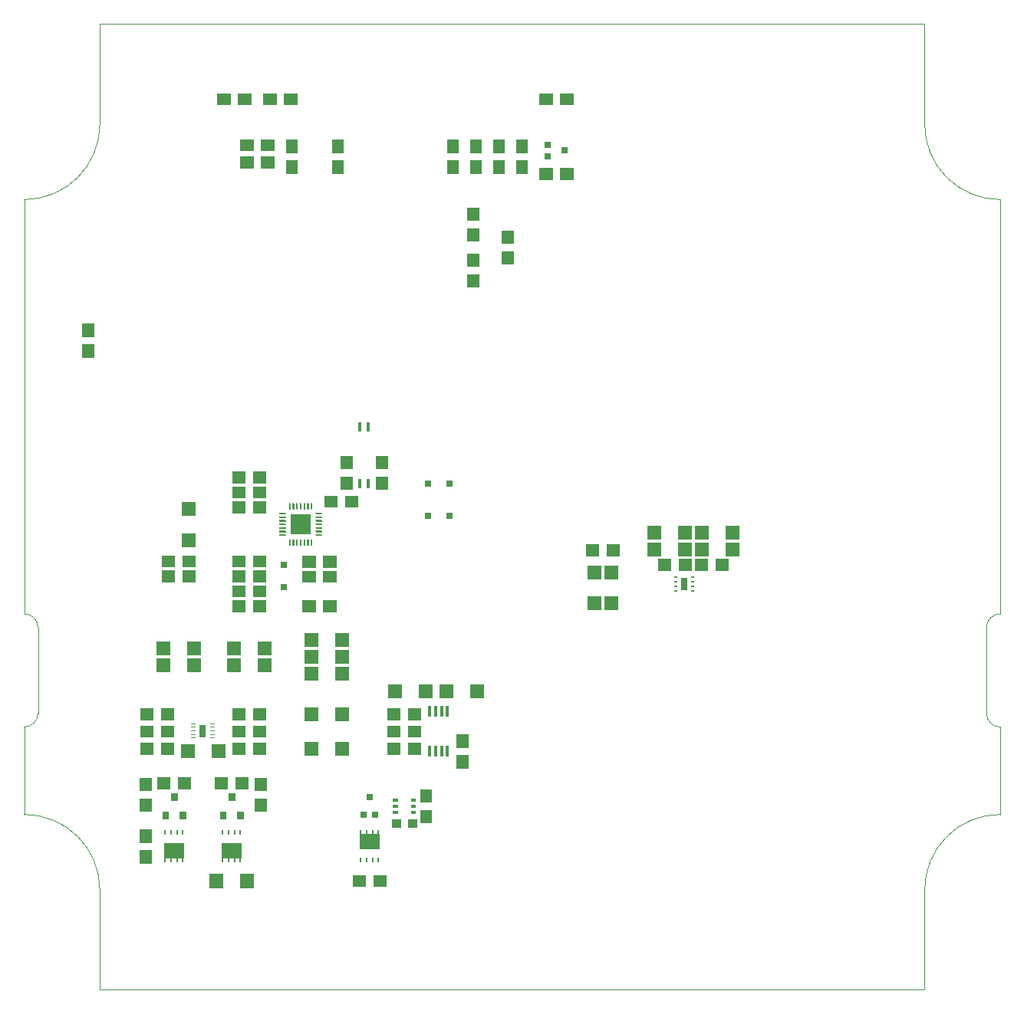
<source format=gbp>
G04 EasyPC Gerber Version 21.0.3 Build 4286 *
G04 #@! TF.Part,Single*
G04 #@! TF.FileFunction,Paste,Bot *
G04 #@! TF.FilePolarity,Positive *
%FSLAX35Y35*%
%MOIN*%
G04 #@! TA.AperFunction,SMDPad*
%ADD24R,0.00187X0.02550*%
%ADD18R,0.01054X0.02156*%
%ADD19R,0.01054X0.03337*%
%ADD20R,0.01172X0.05109*%
%ADD23R,0.02550X0.00187*%
%ADD15R,0.02156X0.00306*%
%ADD72R,0.01369X0.00502*%
%ADD74R,0.01762X0.00975*%
%ADD27R,0.01762X0.04124*%
%ADD21R,0.02550X0.02943*%
%ADD29R,0.02943X0.02943*%
%ADD16R,0.02943X0.05306*%
%ADD73R,0.02943X0.05699*%
%ADD71R,0.02943X0.02550*%
%ADD28R,0.02943X0.02943*%
%ADD75R,0.03691X0.03337*%
%ADD12R,0.04900X0.05400*%
%ADD14R,0.05400X0.04900*%
%ADD70R,0.08731X0.06683*%
%ADD17R,0.05700X0.05700*%
%ADD25R,0.08652X0.08652*%
G04 #@! TD.AperFunction*
%ADD13C,0.00001*%
%ADD26C,0.00004*%
G04 #@! TA.AperFunction,SMDPad*
%ADD22C,0.00384*%
X0Y0D02*
D02*
D12*
X28100Y281198D03*
Y290198D03*
X53100Y61198D03*
Y70198D03*
Y83698D03*
Y92698D03*
X103100Y83698D03*
Y92698D03*
X116670Y361198D03*
Y370198D03*
X136670Y361198D03*
Y370198D03*
X140413Y223698D03*
Y232698D03*
X155787Y223698D03*
Y232698D03*
X174996Y78698D03*
Y87698D03*
X186670Y361198D03*
Y370198D03*
X190702Y102537D03*
Y111537D03*
X195600Y311698D03*
Y320698D03*
Y331698D03*
Y340698D03*
X196670Y361198D03*
Y370198D03*
X206670Y361198D03*
Y370198D03*
X210600Y321698D03*
Y330698D03*
X216670Y361198D03*
Y370198D03*
D02*
D13*
X30550Y278498D02*
X25626D01*
Y283910*
X30550*
Y278498*
G36*
X25626*
Y283910*
X30550*
Y278498*
G37*
Y287498D02*
X25626D01*
Y292910*
X30550*
Y287498*
G36*
X25626*
Y292910*
X30550*
Y287498*
G37*
X50650Y63898D02*
X55574D01*
Y58486*
X50650*
Y63898*
G36*
X55574*
Y58486*
X50650*
Y63898*
G37*
Y72898D02*
X55574D01*
Y67486*
X50650*
Y72898*
G36*
X55574*
Y67486*
X50650*
Y72898*
G37*
Y86398D02*
X55574D01*
Y80986*
X50650*
Y86398*
G36*
X55574*
Y80986*
X50650*
Y86398*
G37*
Y95398D02*
X55574D01*
Y89986*
X50650*
Y95398*
G36*
X55574*
Y89986*
X50650*
Y95398*
G37*
X56300Y110648D02*
Y105724D01*
X50888*
Y110648*
X56300*
G36*
Y105724*
X50888*
Y110648*
X56300*
G37*
Y118148D02*
Y113224D01*
X50888*
Y118148*
X56300*
G36*
Y113224*
X50888*
Y118148*
X56300*
G37*
Y125648D02*
Y120724D01*
X50888*
Y125648*
X56300*
G36*
Y120724*
X50888*
Y125648*
X56300*
G37*
X60325Y180748D02*
Y185672D01*
X65737*
Y180748*
X60325*
G36*
Y185672*
X65737*
Y180748*
X60325*
G37*
Y187248D02*
Y192172D01*
X65737*
Y187248*
X60325*
G36*
Y192172*
X65737*
Y187248*
X60325*
G37*
X63135Y77789D02*
X60585D01*
Y80733*
X63135*
Y77789*
G36*
X60585*
Y80733*
X63135*
Y77789*
G37*
X63675Y147348D02*
Y141648D01*
X57975*
Y147348*
X63675*
G36*
Y141648*
X57975*
Y147348*
X63675*
G37*
Y154748D02*
Y149048D01*
X57975*
Y154748*
X63675*
G36*
Y149048*
X57975*
Y154748*
X63675*
G37*
X63800Y95648D02*
Y90724D01*
X58388*
Y95648*
X63800*
G36*
Y90724*
X58388*
Y95648*
X63800*
G37*
X65300Y110648D02*
Y105724D01*
X59888*
Y110648*
X65300*
G36*
Y105724*
X59888*
Y110648*
X65300*
G37*
Y118148D02*
Y113224D01*
X59888*
Y118148*
X65300*
G36*
Y113224*
X59888*
Y118148*
X65300*
G37*
Y125648D02*
Y120724D01*
X59888*
Y125648*
X65300*
G36*
Y120724*
X59888*
Y125648*
X65300*
G37*
X66875Y85663D02*
X64325D01*
Y88607*
X66875*
Y85663*
G36*
X64325*
Y88607*
X66875*
Y85663*
G37*
X69325Y180748D02*
Y185672D01*
X74737*
Y180748*
X69325*
G36*
Y185672*
X74737*
Y180748*
X69325*
G37*
Y187248D02*
Y192172D01*
X74737*
Y187248*
X69325*
G36*
Y192172*
X74737*
Y187248*
X69325*
G37*
X70615Y77789D02*
X68065D01*
Y80733*
X70615*
Y77789*
G36*
X68065*
Y80733*
X70615*
Y77789*
G37*
X72800Y95648D02*
Y90724D01*
X67388*
Y95648*
X72800*
G36*
Y90724*
X67388*
Y95648*
X72800*
G37*
X74250Y110008D02*
Y104308D01*
X68550*
Y110008*
X74250*
G36*
Y104308*
X68550*
Y110008*
X74250*
G37*
X74700Y196148D02*
X69000D01*
Y201848*
X74700*
Y196148*
G36*
X69000*
Y201848*
X74700*
Y196148*
G37*
Y209548D02*
X69000D01*
Y215248*
X74700*
Y209548*
G36*
X69000*
Y215248*
X74700*
Y209548*
G37*
X77075Y147348D02*
Y141648D01*
X71375*
Y147348*
X77075*
G36*
Y141648*
X71375*
Y147348*
X77075*
G37*
Y154748D02*
Y149048D01*
X71375*
Y154748*
X77075*
G36*
Y149048*
X71375*
Y154748*
X77075*
G37*
X81050Y47848D02*
Y53548D01*
X86750*
Y47848*
X81050*
G36*
Y53548*
X86750*
Y47848*
X81050*
G37*
X83400Y90748D02*
Y95672D01*
X88812*
Y90748*
X83400*
G36*
Y95672*
X88812*
Y90748*
X83400*
G37*
X84470Y388248D02*
Y393172D01*
X89882*
Y388248*
X84470*
G36*
Y393172*
X89882*
Y388248*
X84470*
G37*
X87650Y110008D02*
Y104308D01*
X81950*
Y110008*
X87650*
G36*
Y104308*
X81950*
Y110008*
X87650*
G37*
X88135Y77789D02*
X85585D01*
Y80733*
X88135*
Y77789*
G36*
X85585*
Y80733*
X88135*
Y77789*
G37*
X90900Y105748D02*
Y110672D01*
X96312*
Y105748*
X90900*
G36*
Y110672*
X96312*
Y105748*
X90900*
G37*
Y113248D02*
Y118172D01*
X96312*
Y113248*
X90900*
G36*
Y118172*
X96312*
Y113248*
X90900*
G37*
Y120748D02*
Y125672D01*
X96312*
Y120748*
X90900*
G36*
Y125672*
X96312*
Y120748*
X90900*
G37*
Y174248D02*
Y179172D01*
X96312*
Y174248*
X90900*
G36*
Y179172*
X96312*
Y174248*
X90900*
G37*
Y180748D02*
Y185672D01*
X96312*
Y180748*
X90900*
G36*
Y185672*
X96312*
Y180748*
X90900*
G37*
Y210748D02*
Y215672D01*
X96312*
Y210748*
X90900*
G36*
Y215672*
X96312*
Y210748*
X90900*
G37*
Y217248D02*
Y222172D01*
X96312*
Y217248*
X90900*
G36*
Y222172*
X96312*
Y217248*
X90900*
G37*
Y223748D02*
Y228672D01*
X96312*
Y223748*
X90900*
G36*
Y228672*
X96312*
Y223748*
X90900*
G37*
X91875Y85663D02*
X89325D01*
Y88607*
X91875*
Y85663*
G36*
X89325*
Y88607*
X91875*
Y85663*
G37*
X92400Y90748D02*
Y95672D01*
X97812*
Y90748*
X92400*
G36*
Y95672*
X97812*
Y90748*
X92400*
G37*
X93470Y388248D02*
Y393172D01*
X98882*
Y388248*
X93470*
G36*
Y393172*
X98882*
Y388248*
X93470*
G37*
X94250Y147348D02*
Y141648D01*
X88550*
Y147348*
X94250*
G36*
Y141648*
X88550*
Y147348*
X94250*
G37*
Y154748D02*
Y149048D01*
X88550*
Y154748*
X94250*
G36*
Y149048*
X88550*
Y154748*
X94250*
G37*
X94450Y47848D02*
Y53548D01*
X100150*
Y47848*
X94450*
G36*
Y53548*
X100150*
Y47848*
X94450*
G37*
X94470Y360748D02*
Y365672D01*
X99882*
Y360748*
X94470*
G36*
Y365672*
X99882*
Y360748*
X94470*
G37*
Y368248D02*
Y373172D01*
X99882*
Y368248*
X94470*
G36*
Y373172*
X99882*
Y368248*
X94470*
G37*
X95615Y77789D02*
X93065D01*
Y80733*
X95615*
Y77789*
G36*
X93065*
Y80733*
X95615*
Y77789*
G37*
X96300Y172648D02*
Y167724D01*
X90888*
Y172648*
X96300*
G36*
Y167724*
X90888*
Y172648*
X96300*
G37*
Y192148D02*
Y187224D01*
X90888*
Y192148*
X96300*
G36*
Y187224*
X90888*
Y192148*
X96300*
G37*
X99900Y105748D02*
Y110672D01*
X105312*
Y105748*
X99900*
G36*
Y110672*
X105312*
Y105748*
X99900*
G37*
Y113248D02*
Y118172D01*
X105312*
Y113248*
X99900*
G36*
Y118172*
X105312*
Y113248*
X99900*
G37*
Y120748D02*
Y125672D01*
X105312*
Y120748*
X99900*
G36*
Y125672*
X105312*
Y120748*
X99900*
G37*
Y174248D02*
Y179172D01*
X105312*
Y174248*
X99900*
G36*
Y179172*
X105312*
Y174248*
X99900*
G37*
Y180748D02*
Y185672D01*
X105312*
Y180748*
X99900*
G36*
Y185672*
X105312*
Y180748*
X99900*
G37*
Y210748D02*
Y215672D01*
X105312*
Y210748*
X99900*
G36*
Y215672*
X105312*
Y210748*
X99900*
G37*
Y217248D02*
Y222172D01*
X105312*
Y217248*
X99900*
G36*
Y222172*
X105312*
Y217248*
X99900*
G37*
Y223748D02*
Y228672D01*
X105312*
Y223748*
X99900*
G36*
Y228672*
X105312*
Y223748*
X99900*
G37*
X103470Y360748D02*
Y365672D01*
X108882*
Y360748*
X103470*
G36*
Y365672*
X108882*
Y360748*
X103470*
G37*
Y368248D02*
Y373172D01*
X108882*
Y368248*
X103470*
G36*
Y373172*
X108882*
Y368248*
X103470*
G37*
X104470Y388248D02*
Y393172D01*
X109882*
Y388248*
X104470*
G36*
Y393172*
X109882*
Y388248*
X104470*
G37*
X105300Y172648D02*
Y167724D01*
X99888*
Y172648*
X105300*
G36*
Y167724*
X99888*
Y172648*
X105300*
G37*
Y192148D02*
Y187224D01*
X99888*
Y192148*
X105300*
G36*
Y187224*
X99888*
Y192148*
X105300*
G37*
X105550Y80998D02*
X100626D01*
Y86410*
X105550*
Y80998*
G36*
X100626*
Y86410*
X105550*
Y80998*
G37*
Y89998D02*
X100626D01*
Y95410*
X105550*
Y89998*
G36*
X100626*
Y95410*
X105550*
Y89998*
G37*
X107650Y147348D02*
Y141648D01*
X101950*
Y147348*
X107650*
G36*
Y141648*
X101950*
Y147348*
X107650*
G37*
Y154748D02*
Y149048D01*
X101950*
Y154748*
X107650*
G36*
Y149048*
X101950*
Y154748*
X107650*
G37*
X113470Y388248D02*
Y393172D01*
X118882*
Y388248*
X113470*
G36*
Y393172*
X118882*
Y388248*
X113470*
G37*
X119120Y358498D02*
X114196D01*
Y363910*
X119120*
Y358498*
G36*
X114196*
Y363910*
X119120*
Y358498*
G37*
Y367498D02*
X114196D01*
Y372910*
X119120*
Y367498*
G36*
X114196*
Y372910*
X119120*
Y367498*
G37*
X121475Y167748D02*
Y172672D01*
X126887*
Y167748*
X121475*
G36*
Y172672*
X126887*
Y167748*
X121475*
G37*
Y180549D02*
Y185474D01*
X126887*
Y180549*
X121475*
G36*
Y185474*
X126887*
Y180549*
X121475*
G37*
Y187049D02*
Y191974D01*
X126887*
Y187049*
X121475*
G36*
Y191974*
X126887*
Y187049*
X121475*
G37*
X128000Y111048D02*
Y105348D01*
X122300*
Y111048*
X128000*
G36*
Y105348*
X122300*
Y111048*
X128000*
G37*
Y126048D02*
Y120348D01*
X122300*
Y126048*
X128000*
G36*
Y120348*
X122300*
Y126048*
X128000*
G37*
Y143748D02*
Y138048D01*
X122300*
Y143748*
X128000*
G36*
Y138048*
X122300*
Y143748*
X128000*
G37*
Y151048D02*
Y145348D01*
X122300*
Y151048*
X128000*
G36*
Y145348*
X122300*
Y151048*
X128000*
G37*
Y158348D02*
Y152648D01*
X122300*
Y158348*
X128000*
G36*
Y152648*
X122300*
Y158348*
X128000*
G37*
X130475Y167748D02*
Y172672D01*
X135887*
Y167748*
X130475*
G36*
Y172672*
X135887*
Y167748*
X130475*
G37*
Y180549D02*
Y185474D01*
X135887*
Y180549*
X130475*
G36*
Y185474*
X135887*
Y180549*
X130475*
G37*
Y187049D02*
Y191974D01*
X135887*
Y187049*
X130475*
G36*
Y191974*
X135887*
Y187049*
X130475*
G37*
X130900Y213248D02*
Y218172D01*
X136312*
Y213248*
X130900*
G36*
Y218172*
X136312*
Y213248*
X130900*
G37*
X139120Y358498D02*
X134196D01*
Y363910*
X139120*
Y358498*
G36*
X134196*
Y363910*
X139120*
Y358498*
G37*
Y367498D02*
X134196D01*
Y372910*
X139120*
Y367498*
G36*
X134196*
Y372910*
X139120*
Y367498*
G37*
X139900Y213248D02*
Y218172D01*
X145312*
Y213248*
X139900*
G36*
Y218172*
X145312*
Y213248*
X139900*
G37*
X141400Y111048D02*
Y105348D01*
X135700*
Y111048*
X141400*
G36*
Y105348*
X135700*
Y111048*
X141400*
G37*
Y126048D02*
Y120348D01*
X135700*
Y126048*
X141400*
G36*
Y120348*
X135700*
Y126048*
X141400*
G37*
Y143748D02*
Y138048D01*
X135700*
Y143748*
X141400*
G36*
Y138048*
X135700*
Y143748*
X141400*
G37*
Y151048D02*
Y145348D01*
X135700*
Y151048*
X141400*
G36*
Y145348*
X135700*
Y151048*
X141400*
G37*
Y158348D02*
Y152648D01*
X135700*
Y158348*
X141400*
G36*
Y152648*
X135700*
Y158348*
X141400*
G37*
X142863Y220998D02*
X137939D01*
Y226410*
X142863*
Y220998*
G36*
X137939*
Y226410*
X142863*
Y220998*
G37*
Y229998D02*
X137939D01*
Y235410*
X142863*
Y229998*
G36*
X137939*
Y235410*
X142863*
Y229998*
G37*
X148800Y53148D02*
Y48224D01*
X143388*
Y53148*
X148800*
G36*
Y48224*
X143388*
Y53148*
X148800*
G37*
X157800D02*
Y48224D01*
X152388*
Y53148*
X157800*
G36*
Y48224*
X152388*
Y53148*
X157800*
G37*
X158237Y220998D02*
X153313D01*
Y226410*
X158237*
Y220998*
G36*
X153313*
Y226410*
X158237*
Y220998*
G37*
Y229998D02*
X153313D01*
Y235410*
X158237*
Y229998*
G36*
X153313*
Y235410*
X158237*
Y229998*
G37*
X158400Y105748D02*
Y110672D01*
X163812*
Y105748*
X158400*
G36*
Y110672*
X163812*
Y105748*
X158400*
G37*
Y120748D02*
Y125672D01*
X163812*
Y120748*
X158400*
G36*
Y125672*
X163812*
Y120748*
X158400*
G37*
X163800Y118148D02*
Y113224D01*
X158388*
Y118148*
X163800*
G36*
Y113224*
X158388*
Y118148*
X163800*
G37*
X163950Y77372D02*
Y74048D01*
X160270*
Y77372*
X163950*
G36*
Y74048*
X160270*
Y77372*
X163950*
G37*
X164250Y136048D02*
Y130348D01*
X158550*
Y136048*
X164250*
G36*
Y130348*
X158550*
Y136048*
X164250*
G37*
X167400Y105748D02*
Y110672D01*
X172812*
Y105748*
X167400*
G36*
Y110672*
X172812*
Y105748*
X167400*
G37*
Y120748D02*
Y125672D01*
X172812*
Y120748*
X167400*
G36*
Y125672*
X172812*
Y120748*
X167400*
G37*
X170915Y77372D02*
Y74048D01*
X167234*
Y77372*
X170915*
G36*
Y74048*
X167234*
Y77372*
X170915*
G37*
X172800Y118148D02*
Y113224D01*
X167388*
Y118148*
X172800*
G36*
Y113224*
X167388*
Y118148*
X172800*
G37*
X177446Y75998D02*
X172522D01*
Y81410*
X177446*
Y75998*
G36*
X172522*
Y81410*
X177446*
Y75998*
G37*
Y84998D02*
X172522D01*
Y90410*
X177446*
Y84998*
G36*
X172522*
Y90410*
X177446*
Y84998*
G37*
X177650Y136048D02*
Y130348D01*
X171950*
Y136048*
X177650*
G36*
Y130348*
X171950*
Y136048*
X177650*
G37*
X181050Y130348D02*
Y136048D01*
X186750*
Y130348*
X181050*
G36*
Y136048*
X186750*
Y130348*
X181050*
G37*
X188252Y105237D02*
X193176D01*
Y99825*
X188252*
Y105237*
G36*
X193176*
Y99825*
X188252*
Y105237*
G37*
Y114237D02*
X193176D01*
Y108825*
X188252*
Y114237*
G36*
X193176*
Y108825*
X188252*
Y114237*
G37*
X189120Y358498D02*
X184196D01*
Y363910*
X189120*
Y358498*
G36*
X184196*
Y363910*
X189120*
Y358498*
G37*
Y367498D02*
X184196D01*
Y372910*
X189120*
Y367498*
G36*
X184196*
Y372910*
X189120*
Y367498*
G37*
X193150Y314398D02*
X198074D01*
Y308986*
X193150*
Y314398*
G36*
X198074*
Y308986*
X193150*
Y314398*
G37*
Y323398D02*
X198074D01*
Y317986*
X193150*
Y323398*
G36*
X198074*
Y317986*
X193150*
Y323398*
G37*
X194450Y130348D02*
Y136048D01*
X200150*
Y130348*
X194450*
G36*
Y136048*
X200150*
Y130348*
X194450*
G37*
X198050Y328998D02*
X193126D01*
Y334410*
X198050*
Y328998*
G36*
X193126*
Y334410*
X198050*
Y328998*
G37*
Y337998D02*
X193126D01*
Y343410*
X198050*
Y337998*
G36*
X193126*
Y343410*
X198050*
Y337998*
G37*
X199120Y358498D02*
X194196D01*
Y363910*
X199120*
Y358498*
G36*
X194196*
Y363910*
X199120*
Y358498*
G37*
Y367498D02*
X194196D01*
Y372910*
X199120*
Y367498*
G36*
X194196*
Y372910*
X199120*
Y367498*
G37*
X209120Y358498D02*
X204196D01*
Y363910*
X209120*
Y358498*
G36*
X204196*
Y363910*
X209120*
Y358498*
G37*
Y367498D02*
X204196D01*
Y372910*
X209120*
Y367498*
G36*
X204196*
Y372910*
X209120*
Y367498*
G37*
X213050Y318998D02*
X208126D01*
Y324410*
X213050*
Y318998*
G36*
X208126*
Y324410*
X213050*
Y318998*
G37*
Y327998D02*
X208126D01*
Y333410*
X213050*
Y327998*
G36*
X208126*
Y333410*
X213050*
Y327998*
G37*
X219120Y358498D02*
X214196D01*
Y363910*
X219120*
Y358498*
G36*
X214196*
Y363910*
X219120*
Y358498*
G37*
Y367498D02*
X214196D01*
Y372910*
X219120*
Y367498*
G36*
X214196*
Y372910*
X219120*
Y367498*
G37*
X224470Y355748D02*
Y360672D01*
X229882*
Y355748*
X224470*
G36*
Y360672*
X229882*
Y355748*
X224470*
G37*
X229870Y393148D02*
Y388224D01*
X224458*
Y393148*
X229870*
G36*
Y388224*
X224458*
Y393148*
X229870*
G37*
X233470Y355748D02*
Y360672D01*
X238882*
Y355748*
X233470*
G36*
Y360672*
X238882*
Y355748*
X233470*
G37*
X238870Y393148D02*
Y388224D01*
X233458*
Y393148*
X238870*
G36*
Y388224*
X233458*
Y393148*
X238870*
G37*
X250050Y196898D02*
Y191974D01*
X244638*
Y196898*
X250050*
G36*
Y191974*
X244638*
Y196898*
X250050*
G37*
X250950Y168648D02*
X245250D01*
Y174348*
X250950*
Y168648*
G36*
X245250*
Y174348*
X250950*
Y168648*
G37*
Y182048D02*
X245250D01*
Y187748*
X250950*
Y182048*
G36*
X245250*
Y187748*
X250950*
Y182048*
G37*
X258450Y168648D02*
X252750D01*
Y174348*
X258450*
Y168648*
G36*
X252750*
Y174348*
X258450*
Y168648*
G37*
Y182048D02*
X252750D01*
Y187748*
X258450*
Y182048*
G36*
X252750*
Y187748*
X258450*
Y182048*
G37*
X259050Y196898D02*
Y191974D01*
X253638*
Y196898*
X259050*
G36*
Y191974*
X253638*
Y196898*
X259050*
G37*
X277010Y197848D02*
Y192148D01*
X271310*
Y197848*
X277010*
G36*
Y192148*
X271310*
Y197848*
X277010*
G37*
Y205148D02*
Y199448D01*
X271310*
Y205148*
X277010*
G36*
Y199448*
X271310*
Y205148*
X277010*
G37*
X281300Y190648D02*
Y185724D01*
X275888*
Y190648*
X281300*
G36*
Y185724*
X275888*
Y190648*
X281300*
G37*
X290300D02*
Y185724D01*
X284888*
Y190648*
X290300*
G36*
Y185724*
X284888*
Y190648*
X290300*
G37*
X290410Y197848D02*
Y192148D01*
X284710*
Y197848*
X290410*
G36*
Y192148*
X284710*
Y197848*
X290410*
G37*
Y205148D02*
Y199448D01*
X284710*
Y205148*
X290410*
G36*
Y199448*
X284710*
Y205148*
X290410*
G37*
X291900Y185748D02*
Y190672D01*
X297312*
Y185748*
X291900*
G36*
Y190672*
X297312*
Y185748*
X291900*
G37*
X292010Y192148D02*
Y197848D01*
X297710*
Y192148*
X292010*
G36*
Y197848*
X297710*
Y192148*
X292010*
G37*
Y199448D02*
Y205148D01*
X297710*
Y199448*
X292010*
G36*
Y205148*
X297710*
Y199448*
X292010*
G37*
X300900Y185748D02*
Y190672D01*
X306312*
Y185748*
X300900*
G36*
Y190672*
X306312*
Y185748*
X300900*
G37*
X305410Y192148D02*
Y197848D01*
X311110*
Y192148*
X305410*
G36*
Y197848*
X311110*
Y192148*
X305410*
G37*
Y199448D02*
Y205148D01*
X311110*
Y199448*
X305410*
G36*
Y205148*
X311110*
Y199448*
X305410*
G37*
X418710Y123434D02*
Y160835D01*
G75*
G02X424616Y166741I5906*
G01*
Y346899*
G75*
G02X391820Y379694J32795*
G01*
Y423198*
X33395*
X33395Y379694*
G75*
G02X600Y346898I-32795*
G01*
Y166741*
G75*
G02X6506Y160836J-5906*
G01*
Y123434*
G75*
G02X600Y117529I-5906*
G01*
Y79497*
G75*
G02X33395Y46702J-32795*
G01*
Y3198*
X391820*
Y46702*
G75*
G02X424616Y79497I32795*
G01*
Y117529*
G75*
G02X418710Y123434J5905*
G01*
D02*
D14*
X53600Y108198D03*
Y115698D03*
Y123198D03*
X61100Y93198D03*
X62600Y108198D03*
Y115698D03*
Y123198D03*
X63025Y183198D03*
Y189698D03*
X70100Y93198D03*
X72025Y183198D03*
Y189698D03*
X86100Y93198D03*
X87170Y390698D03*
X93600Y108198D03*
Y115698D03*
Y123198D03*
Y170198D03*
Y176698D03*
Y183198D03*
Y189698D03*
Y213198D03*
Y219698D03*
Y226198D03*
X95100Y93198D03*
X96170Y390698D03*
X97170Y363198D03*
Y370698D03*
X102600Y108198D03*
Y115698D03*
Y123198D03*
Y170198D03*
Y176698D03*
Y183198D03*
Y189698D03*
Y213198D03*
Y219698D03*
Y226198D03*
X106170Y363198D03*
Y370698D03*
X107170Y390698D03*
X116170D03*
X124175Y170198D03*
Y182999D03*
Y189499D03*
X133175Y170198D03*
Y182999D03*
Y189499D03*
X133600Y215698D03*
X142600D03*
X146100Y50698D03*
X155100D03*
X161100Y108198D03*
Y115698D03*
Y123198D03*
X170100Y108198D03*
Y115698D03*
Y123198D03*
X227170Y358198D03*
Y390698D03*
X236170Y358198D03*
Y390698D03*
X247350Y194448D03*
X256350D03*
X278600Y188198D03*
X287600D03*
X294600D03*
X303600D03*
D02*
D15*
X73966Y112548D03*
Y114123D03*
Y115698D03*
Y117273D03*
Y118848D03*
X82234Y112548D03*
Y114123D03*
Y115698D03*
Y117273D03*
Y118848D03*
D02*
D16*
X78100Y115698D03*
D02*
D17*
X60825Y144498D03*
Y151898D03*
X71400Y107158D03*
X71850Y198998D03*
Y212398D03*
X74225Y144498D03*
Y151898D03*
X83900Y50698D03*
X84800Y107158D03*
X91400Y144498D03*
Y151898D03*
X97300Y50698D03*
X104800Y144498D03*
Y151898D03*
X125150Y108198D03*
Y123198D03*
Y140898D03*
Y148198D03*
Y155498D03*
X138550Y108198D03*
Y123198D03*
Y140898D03*
Y148198D03*
Y155498D03*
X161400Y133198D03*
X174800D03*
X183900D03*
X197300D03*
X248100Y171498D03*
Y184898D03*
X255600Y171498D03*
Y184898D03*
X274160Y194998D03*
Y202298D03*
X287560Y194998D03*
Y202298D03*
X294860Y194998D03*
Y202298D03*
X308260Y194998D03*
Y202298D03*
D02*
D18*
X61761Y71604D03*
X64320D03*
X66880D03*
X69439D03*
X86761D03*
X89320D03*
X91880D03*
X94439D03*
X146761Y59793D03*
X149320D03*
X151880D03*
X154439D03*
D02*
D19*
X61761Y60383D03*
X64320D03*
X66880D03*
X69439D03*
X86761D03*
X89320D03*
X91880D03*
X94439D03*
X146761Y71013D03*
X149320D03*
X151880D03*
X154439D03*
D02*
D70*
X65600Y63631D03*
X90600D03*
X150600Y67765D03*
D02*
D71*
X148041Y79458D03*
X150600Y86938D03*
X153159Y79458D03*
D02*
D20*
X176761Y107037D03*
Y124359D03*
X179320Y107037D03*
Y124359D03*
X181880Y107037D03*
Y124359D03*
X184439Y107037D03*
Y124359D03*
D02*
D21*
X61860Y79261D03*
X65600Y87135D03*
X69340Y79261D03*
X86860D03*
X90600Y87135D03*
X94340Y79261D03*
X227930Y365639D03*
Y370757D03*
X235410Y368198D03*
D02*
D22*
X144186Y146230D03*
Y148198D03*
Y150167D03*
X146154Y146230D03*
Y148198D03*
Y150167D03*
D02*
D23*
X112726Y200974D03*
Y202548D03*
Y204123D03*
Y205698D03*
Y207273D03*
Y208848D03*
Y210422D03*
X128474Y200974D03*
Y202548D03*
Y204123D03*
Y205698D03*
Y207273D03*
Y208848D03*
Y210422D03*
D02*
D24*
X115876Y197824D03*
Y213572D03*
X117450Y197824D03*
Y213572D03*
X119025Y197824D03*
Y213572D03*
X120600Y197824D03*
Y213572D03*
X122175Y197824D03*
Y213572D03*
X123750Y197824D03*
Y213572D03*
X125324Y197824D03*
Y213572D03*
D02*
D25*
X120600Y205698D03*
D02*
D26*
X114006Y201076D02*
Y200871D01*
X111446*
Y201076*
X114006*
G36*
Y200871*
X111446*
Y201076*
X114006*
G37*
Y202651D02*
Y202446D01*
X111446*
Y202651*
X114006*
G36*
Y202446*
X111446*
Y202651*
X114006*
G37*
Y204226D02*
Y204021D01*
X111446*
Y204226*
X114006*
G36*
Y204021*
X111446*
Y204226*
X114006*
G37*
Y205800D02*
Y205596D01*
X111446*
Y205800*
X114006*
G36*
Y205596*
X111446*
Y205800*
X114006*
G37*
Y207375D02*
Y207170D01*
X111446*
Y207375*
X114006*
G36*
Y207170*
X111446*
Y207375*
X114006*
G37*
Y208950D02*
Y208745D01*
X111446*
Y208950*
X114006*
G36*
Y208745*
X111446*
Y208950*
X114006*
G37*
Y210525D02*
Y210320D01*
X111446*
Y210525*
X114006*
G36*
Y210320*
X111446*
Y210525*
X114006*
G37*
X115978Y196544D02*
X115773D01*
Y199104*
X115978*
Y196544*
G36*
X115773*
Y199104*
X115978*
Y196544*
G37*
Y212293D02*
X115773D01*
Y214852*
X115978*
Y212293*
G36*
X115773*
Y214852*
X115978*
Y212293*
G37*
X117553Y196544D02*
X117348D01*
Y199104*
X117553*
Y196544*
G36*
X117348*
Y199104*
X117553*
Y196544*
G37*
Y212293D02*
X117348D01*
Y214852*
X117553*
Y212293*
G36*
X117348*
Y214852*
X117553*
Y212293*
G37*
X119128Y196544D02*
X118923D01*
Y199104*
X119128*
Y196544*
G36*
X118923*
Y199104*
X119128*
Y196544*
G37*
Y212293D02*
X118923D01*
Y214852*
X119128*
Y212293*
G36*
X118923*
Y214852*
X119128*
Y212293*
G37*
X120206Y205304D02*
Y201564D01*
X116466*
Y205304*
X120206*
G36*
Y201564*
X116466*
Y205304*
X120206*
G37*
Y209832D02*
Y206092D01*
X116466*
Y209832*
X120206*
G36*
Y206092*
X116466*
Y209832*
X120206*
G37*
X120702Y196544D02*
X120498D01*
Y199104*
X120702*
Y196544*
G36*
X120498*
Y199104*
X120702*
Y196544*
G37*
Y212293D02*
X120498D01*
Y214852*
X120702*
Y212293*
G36*
X120498*
Y214852*
X120702*
Y212293*
G37*
X122277Y196544D02*
X122072D01*
Y199104*
X122277*
Y196544*
G36*
X122072*
Y199104*
X122277*
Y196544*
G37*
Y212293D02*
X122072D01*
Y214852*
X122277*
Y212293*
G36*
X122072*
Y214852*
X122277*
Y212293*
G37*
X123852Y196544D02*
X123647D01*
Y199104*
X123852*
Y196544*
G36*
X123647*
Y199104*
X123852*
Y196544*
G37*
Y212293D02*
X123647D01*
Y214852*
X123852*
Y212293*
G36*
X123647*
Y214852*
X123852*
Y212293*
G37*
X124734Y205304D02*
Y201564D01*
X120994*
Y205304*
X124734*
G36*
Y201564*
X120994*
Y205304*
X124734*
G37*
Y209832D02*
Y206092D01*
X120994*
Y209832*
X124734*
G36*
Y206092*
X120994*
Y209832*
X124734*
G37*
X125427Y196544D02*
X125222D01*
Y199104*
X125427*
Y196544*
G36*
X125222*
Y199104*
X125427*
Y196544*
G37*
Y212293D02*
X125222D01*
Y214852*
X125427*
Y212293*
G36*
X125222*
Y214852*
X125427*
Y212293*
G37*
X129754Y201076D02*
Y200871D01*
X127194*
Y201076*
X129754*
G36*
Y200871*
X127194*
Y201076*
X129754*
G37*
Y202651D02*
Y202446D01*
X127194*
Y202651*
X129754*
G36*
Y202446*
X127194*
Y202651*
X129754*
G37*
Y204226D02*
Y204021D01*
X127194*
Y204226*
X129754*
G36*
Y204021*
X127194*
Y204226*
X129754*
G37*
Y205800D02*
Y205596D01*
X127194*
Y205800*
X129754*
G36*
Y205596*
X127194*
Y205800*
X129754*
G37*
Y207375D02*
Y207170D01*
X127194*
Y207375*
X129754*
G36*
Y207170*
X127194*
Y207375*
X129754*
G37*
Y208950D02*
Y208745D01*
X127194*
Y208950*
X129754*
G36*
Y208745*
X127194*
Y208950*
X129754*
G37*
Y210525D02*
Y210320D01*
X127194*
Y210525*
X129754*
G36*
Y210320*
X127194*
Y210525*
X129754*
G37*
X162541Y81123D02*
Y80151D01*
X160781*
Y81123*
X162541*
G36*
Y80151*
X160781*
Y81123*
X162541*
G37*
Y83682D02*
Y82710D01*
X160781*
Y83682*
X162541*
G36*
Y82710*
X160781*
Y83682*
X162541*
G37*
Y86241D02*
Y85269D01*
X160781*
Y86241*
X162541*
G36*
Y85269*
X160781*
Y86241*
X162541*
G37*
X170415Y81123D02*
Y80151D01*
X168655*
Y81123*
X170415*
G36*
Y80151*
X168655*
Y81123*
X170415*
G37*
Y83682D02*
Y82710D01*
X168655*
Y83682*
X170415*
G36*
Y82710*
X168655*
Y83682*
X170415*
G37*
Y86241D02*
Y85269D01*
X168655*
Y86241*
X170415*
G36*
Y85269*
X168655*
Y86241*
X170415*
G37*
D02*
D27*
X146328Y223296D03*
Y248100D03*
X149872Y223296D03*
Y248100D03*
D02*
D28*
X113387Y178474D03*
Y187922D03*
D02*
D29*
X175876Y209448D03*
Y223198D03*
X185324Y209448D03*
Y223198D03*
D02*
D72*
X283620Y176741D03*
Y178710D03*
Y180678D03*
Y182647D03*
X291100Y176741D03*
Y178710D03*
Y180678D03*
Y182647D03*
D02*
D73*
X287360Y179694D03*
D02*
D74*
X161663Y80639D03*
Y83198D03*
Y85757D03*
X169537Y80639D03*
Y83198D03*
Y85757D03*
D02*
D75*
X162100Y75698D03*
X169100D03*
X0Y0D02*
M02*

</source>
